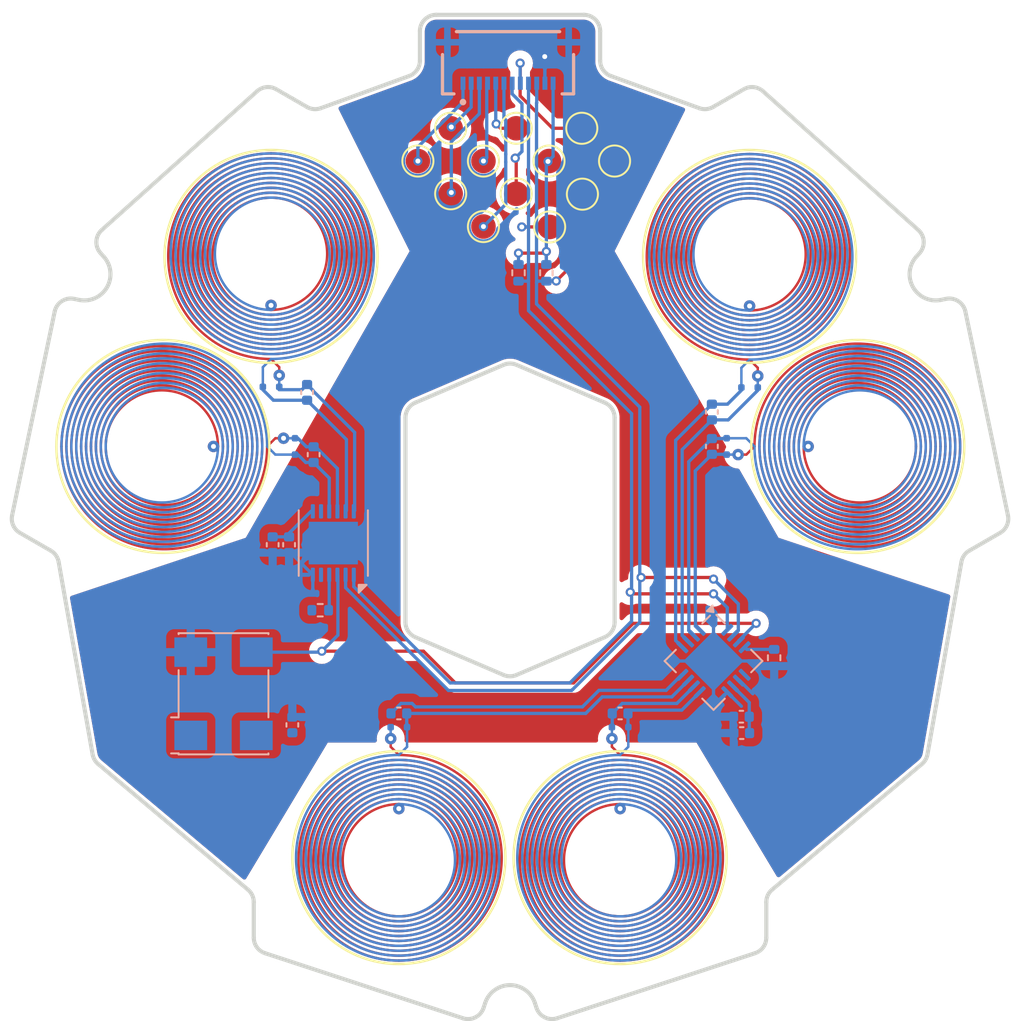
<source format=kicad_pcb>
(kicad_pcb (version 20240108) (generator "pcbnew") (generator_version "8.0")
  (layers (0 "F.Cu" signal) (31 "B.Cu" signal) (34 "B.Paste" user) (35 "F.Paste" user) (36 "B.SilkS" user "B.Silkscreen") (37 "F.SilkS" user "F.Silkscreen") (38 "B.Mask" user) (39 "F.Mask" user) (44 "Edge.Cuts" user))
  (net 0 "")
  (net 1 "GND")
  (net 2 "/GP_CE")
  (net 3 "/GPIO1")
  (net 4 "/GPIO2")
  (net 5 "/3V3")
  (net 6 "/MOSI")
  (net 7 "/MISO")
  (net 8 "/SCLK")
  (net 9 "/DR")
  (net 10 "/GPIO3")
  (net 11 "/L0B")
  (net 12 "/L0A")
  (net 13 "/L1A")
  (net 14 "/L1B")
  (net 15 "Net-(U1-ADDR)")
  (net 16 "Net-(U2-ADDR)")
  (net 17 "/SCL")
  (net 18 "/40MHZ_CLK")
  (net 19 "/SDA")
  (net 20 "/L2A")
  (net 21 "/L2B")
  (net 23 "/L3B")
  (net 24 "/L3A")
  (net 25 "/L4B")
  (net 26 "/L4A")
  (net 27 "/L5B")
  (net 28 "/L5A")
  (footprint "TestPoint:TestPoint_Pad_D1.5mm" (layer "F.Cu") (at 131.161162 77.776876)
    (property "Reference" "TP2" (hide yes))
    (property "Value" "GND")
  )
  (footprint "TestPoint:TestPoint_Pad_D1.5mm" (layer "F.Cu") (at 141.161162 79.776876)
    (property "Reference" "TP11" (hide yes))
    (property "Value" "GND")
  )
  (footprint "TestPoint:TestPoint_Pad_D1.5mm" (layer "F.Cu") (at 129.161162 79.776876)
    (property "Reference" "TP1" (hide yes))
    (property "Value" "GND")
  )
  (footprint "TestPoint:TestPoint_Pad_D1.5mm" (layer "F.Cu") (at 131.161162 81.776876)
    (property "Reference" "TP3" (hide yes))
    (property "Value" "GND")
  )
  (footprint "TestPoint:TestPoint_Pad_D1.5mm" (layer "F.Cu") (at 137.161162 79.776876)
    (property "Reference" "TP12" (hide yes))
    (property "Value" "GND")
  )
  (footprint "TestPoint:TestPoint_Pad_D1.5mm" (layer "F.Cu") (at 139.161162 77.776876)
    (property "Reference" "TP8" (hide yes))
    (property "Value" "GND")
  )
  (footprint "TestPoint:TestPoint_Pad_D1.5mm" (layer "F.Cu") (at 133.161162 79.776876)
    (property "Reference" "TP4" (hide yes))
    (property "Value" "GND")
  )
  (footprint "TestPoint:TestPoint_Pad_D1.5mm" (layer "F.Cu") (at 137.2 83.8)
    (property "Reference" "TP9" (hide yes))
    (property "Value" "GND")
  )
  (footprint "TestPoint:TestPoint_Pad_D1.5mm" (layer "F.Cu") (at 139.2 81.8)
    (property "Reference" "TP10" (hide yes))
    (property "Value" "GND")
  )
  (footprint "TestPoint:TestPoint_Pad_D1.5mm" (layer "F.Cu") (at 135.161162 81.776876)
    (property "Reference" "TP7" (hide yes))
    (property "Value" "GND")
  )
  (footprint "TestPoint:TestPoint_Pad_D1.5mm" (layer "F.Cu") (at 133.161162 83.776876)
    (property "Reference" "TP6" (hide yes))
    (property "Value" "GND")
  )
  (footprint "TestPoint:TestPoint_Pad_D1.5mm" (layer "F.Cu") (at 135.161162 77.776876)
    (property "Reference" "TP5" (hide yes))
    (property "Value" "GND")
  )
  (footprint "Capacitor_SMD:C_0402_1005Metric" (layer "B.Cu") (at 147.1 97.2 -90)
    (property "Reference" "C4" (hide yes))
    (property "Value" "1n")
  )
  (footprint "Component_lib:WSON-12-1EP_4x4mm_P0.5mm_EP2.6x3mm" (layer "B.Cu") (at 124 103.1 90)
    (property "Reference" "U2" (hide yes))
    (property "Value" "LDC1612")
  )
  (footprint "Component_lib:COIL_PCB" (layer "B.Cu") (at 113.4625 96.7)
    (property "Reference" "L5" (hide yes))
    (property "Value" "PCB_COIL")
  )
  (footprint "Component_lib:COIL_PCB" (layer "B.Cu") (at 120.7 85.3625 -90)
    (property "Reference" "L6" (hide yes))
    (property "Value" "PCB_COIL")
  )
  (footprint "Resistor_SMD:R_0402_1005Metric" (layer "B.Cu") (at 135.3 86.6 90)
    (property "Reference" "R3" (hide yes))
    (property "Value" "10k")
  )
  (footprint "Capacitor_SMD:C_0402_1005Metric" (layer "B.Cu") (at 122.4 93.9 90)
    (property "Reference" "C7" (hide yes))
    (property "Value" "1n")
  )
  (footprint "Component_lib:WQFN-16-1EP_4x4mm_P0.5mm_EP2.6x2.6mm" (layer "B.Cu") (at 147.2 110.3 -135)
    (property "Reference" "U1" (hide yes))
    (property "Value" "LDC1614")
  )
  (footprint "Resistor_SMD:R_0402_1005Metric" (layer "B.Cu") (at 150.9 110.1 -90)
    (property "Reference" "R1" (hide yes))
    (property "Value" "5k1")
  )
  (footprint "Capacitor_SMD:C_0402_1005Metric" (layer "B.Cu") (at 128 113.5 180)
    (property "Reference" "C2" (hide yes))
    (property "Value" "1n")
  )
  (footprint "Capacitor_SMD:C_0402_1005Metric" (layer "B.Cu") (at 121.5 114.2 90)
    (property "Reference" "C12" (hide yes))
    (property "Value" "10n")
  )
  (footprint "Capacitor_SMD:C_0402_1005Metric" (layer "B.Cu") (at 148.9 113.7 180)
    (property "Reference" "C8" (hide yes))
    (property "Value" "10u")
  )
  (footprint "Component_lib:COIL_PCB" (layer "B.Cu") (at 141 122.5375 90)
    (property "Reference" "L1" (hide yes))
    (property "Value" "PCB_COIL")
  )
  (footprint "Capacitor_SMD:C_0402_1005Metric" (layer "B.Cu") (at 148.92 114.7 180)
    (property "Reference" "C9" (hide yes))
    (property "Value" "1u")
  )
  (footprint "Resistor_SMD:R_0402_1005Metric" (layer "B.Cu") (at 123.2 107.2 180)
    (property "Reference" "R2" (hide yes))
    (property "Value" "5k1")
  )
  (footprint "Resistor_SMD:R_0402_1005Metric" (layer "B.Cu") (at 137 86.6 90)
    (property "Reference" "R4" (hide yes))
    (property "Value" "10k" (hide yes))
  )
  (footprint "Capacitor_SMD:C_0402_1005Metric" (layer "B.Cu") (at 122.8 97.7 90)
    (property "Reference" "C6" (hide yes))
    (property "Value" "1n")
  )
  (footprint "Capacitor_SMD:C_0402_1005Metric" (layer "B.Cu") (at 141.5 113.5 180)
    (property "Reference" "C1" (hide yes))
    (property "Value" "1n")
  )
  (footprint "Component_lib:COIL_PCB" (layer "B.Cu") (at 149.9 85.4 -90)
    (property "Reference" "L3" (hide yes))
    (property "Value" "PCB_COIL")
  )
  (footprint "Capacitor_SMD:C_0402_1005Metric" (layer "B.Cu") (at 120.3 103.2 -90)
    (property "Reference" "C10" (hide yes))
    (property "Value" "10u")
  )
  (footprint "Capacitor_SMD:C_0402_1005Metric" (layer "B.Cu") (at 121.3 103.2 -90)
    (property "Reference" "C11" (hide yes))
    (property "Value" "1u")
  )
  (footprint "Component_lib:GCT_FFC2B28-12-G" (layer "B.Cu") (at 134.661162 73.776876)
    (property "Reference" "J1" (hide yes))
    (property "Value" "FFC2B28-12-G")
  )
  (footprint "Capacitor_SMD:C_0402_1005Metric" (layer "B.Cu") (at 147.1 95.1 -90)
    (property "Reference" "C3" (hide yes))
    (property "Value" "1n")
  )
  (footprint "Component_lib:COIL_PCB" (layer "B.Cu") (at 156.2 97.7 180)
    (property "Reference" "L4" (hide yes))
    (property "Value" "PCB_COIL")
  )
  (footprint "Oscillator:Oscillator_SMD_Abracon_ASV-4Pin_7.0x5.1mm" (layer "B.Cu") (at 117.3 112.3 90)
    (property "Reference" "X1" (hide yes))
    (property "Value" "ASV-40.000MHz")
  )
  (footprint "Component_lib:COIL_PCB" (layer "B.Cu") (at 127.5 122.5375 90)
    (property "Reference" "L2" (hide yes))
    (property "Value" "PCB_COIL")
  )
  (gr_circle (center 120.2 85.6) (end 120.2 79.1) (stroke (width 0.15)) (fill none) (layer "F.SilkS"))
  (gr_circle (center 156 97.2) (end 156 90.7) (stroke (width 0.15)) (fill none) (layer "F.SilkS"))
  (gr_circle (center 113.6 97.2) (end 113.6 90.7) (stroke (width 0.15)) (fill none) (layer "F.SilkS"))
  (gr_circle (center 128 122.3) (end 128 115.8) (stroke (width 0.15)) (fill none) (layer "F.SilkS"))
  (gr_circle (center 149.4 85.6) (end 149.4 79.1) (stroke (width 0.15)) (fill none) (layer "F.SilkS"))
  (gr_circle (center 141.5 122.3) (end 141.5 115.8) (stroke (width 0.15)) (fill none) (layer "F.SilkS"))
  (gr_line (start 108.182141 88.191122) (end 108.47558 88.252395) (stroke (width 0.25)) (layer "Edge.Cuts"))
  (gr_arc (start 109.995488 85.619838) (mid 110.188275 87.486167) (end 108.47558 88.252395) (stroke (width 0.25)) (layer "Edge.Cuts"))
  (gr_line (start 137.659317 132.108573) (end 149.733069 128.137642) (stroke (width 0.25)) (layer "Edge.Cuts"))
  (gr_arc (start 119.350587 75.513638) (mid 119.914303 75.264387) (end 120.517048 75.393152) (stroke (width 0.25)) (layer "Edge.Cuts"))
  (gr_arc (start 161.091192 88.252395) (mid 159.378484 87.486224) (end 159.571284 85.619838) (stroke (width 0.25)) (layer "Edge.Cuts"))
  (gr_arc (start 106.755722 103.560746) (mid 107.074888 103.853186) (end 107.24053 104.253124) (stroke (width 0.25)) (layer "Edge.Cuts"))
  (gr_line (start 149.049724 75.393152) (end 147.173792 76.476222) (stroke (width 0.25)) (layer "Edge.Cuts"))
  (gr_line (start 133.263479 131.186294) (end 133.169823 131.471057) (stroke (width 0.25)) (layer "Edge.Cuts"))
  (gr_line (start 107.24053 104.253124) (end 109.311383 115.997513) (stroke (width 0.25)) (layer "Edge.Cuts"))
  (gr_line (start 135.177305 111.152479) (end 140.55894 108.846064) (stroke (width 0.25)) (layer "Edge.Cuts"))
  (gr_line (start 109.995488 85.619838) (end 109.795704 85.396349) (stroke (width 0.25)) (layer "Edge.Cuts"))
  (gr_arc (start 150.420643 127.187699) (mid 150.230702 127.774018) (end 149.733069 128.137642) (stroke (width 0.25)) (layer "Edge.Cuts"))
  (gr_line (start 109.653403 116.589909) (end 118.788916 124.255515) (stroke (width 0.25)) (layer "Edge.Cuts"))
  (gr_arc (start 134.389467 92.219873) (mid 134.783386 92.139018) (end 135.177305 92.219873) (stroke (width 0.25)) (layer "Edge.Cuts"))
  (gr_line (start 129.283386 71.849007) (end 129.283386 73.648249) (stroke (width 0.25)) (layer "Edge.Cuts"))
  (gr_arc (start 147.173792 76.476222) (mid 146.760953 76.606398) (end 146.331772 76.549889) (stroke (width 0.25)) (layer "Edge.Cuts"))
  (gr_line (start 139.283386 70.849007) (end 130.283386 70.849007) (stroke (width 0.25)) (layer "Edge.Cuts"))
  (gr_line (start 119.146129 125.02156) (end 119.146129 127.187699) (stroke (width 0.25)) (layer "Edge.Cuts"))
  (gr_line (start 119.833703 128.137642) (end 131.907455 132.108573) (stroke (width 0.25)) (layer "Edge.Cuts"))
  (gr_arc (start 129.283386 73.648249) (mid 129.102571 74.22185) (end 128.625406 74.587942) (stroke (width 0.25)) (layer "Edge.Cuts"))
  (gr_arc (start 149.049724 75.393152) (mid 149.652477 75.264421) (end 150.216185 75.513638) (stroke (width 0.25)) (layer "Edge.Cuts"))
  (gr_line (start 146.331772 76.549889) (end 140.941366 74.587942) (stroke (width 0.25)) (layer "Edge.Cuts"))
  (gr_line (start 128.401751 95.445433) (end 128.401751 107.926919) (stroke (width 0.25)) (layer "Edge.Cuts"))
  (gr_arc (start 139.283386 70.849007) (mid 139.990502 71.141905) (end 140.283386 71.849007) (stroke (width 0.25)) (layer "Edge.Cuts"))
  (gr_line (start 119.350587 75.513638) (end 109.874783 83.984348) (stroke (width 0.25)) (layer "Edge.Cuts"))
  (gr_arc (start 109.795704 85.396349) (mid 109.542779 84.673967) (end 109.874783 83.984348) (stroke (width 0.25)) (layer "Edge.Cuts"))
  (gr_arc (start 129.283386 71.849007) (mid 129.57624 71.141859) (end 130.283386 70.849007) (stroke (width 0.25)) (layer "Edge.Cuts"))
  (gr_arc (start 160.255389 115.997513) (mid 160.136603 116.323865) (end 159.913369 116.589909) (stroke (width 0.25)) (layer "Edge.Cuts"))
  (gr_line (start 136.396949 131.471057) (end 136.303293 131.186294) (stroke (width 0.25)) (layer "Edge.Cuts"))
  (gr_arc (start 129.007832 108.846064) (mid 128.566943 108.477387) (end 128.401751 107.926919) (stroke (width 0.25)) (layer "Edge.Cuts"))
  (gr_arc (start 161.384631 88.191122) (mid 162.136647 88.33333) (end 162.56792 88.965607) (stroke (width 0.25)) (layer "Edge.Cuts"))
  (gr_arc (start 140.941366 74.587942) (mid 140.464233 74.221828) (end 140.283386 73.648249) (stroke (width 0.25)) (layer "Edge.Cuts"))
  (gr_line (start 150.777856 124.255515) (end 159.913369 116.589909) (stroke (width 0.25)) (layer "Edge.Cuts"))
  (gr_arc (start 133.263479 131.186294) (mid 134.783386 130.086176) (end 136.303293 131.186294) (stroke (width 0.25)) (layer "Edge.Cuts"))
  (gr_arc (start 118.788916 124.255515) (mid 119.052409 124.598954) (end 119.146129 125.02156) (stroke (width 0.25)) (layer "Edge.Cuts"))
  (gr_arc (start 159.691989 83.984348) (mid 160.023867 84.673968) (end 159.771068 85.396349) (stroke (width 0.25)) (layer "Edge.Cuts"))
  (gr_line (start 122.39298 76.476222) (end 120.517048 75.393152) (stroke (width 0.25)) (layer "Edge.Cuts"))
  (gr_line (start 134.389467 92.219873) (end 129.007832 94.526288) (stroke (width 0.25)) (layer "Edge.Cuts"))
  (gr_line (start 159.771068 85.396349) (end 159.571284 85.619838) (stroke (width 0.25)) (layer "Edge.Cuts"))
  (gr_line (start 104.87979 102.477676) (end 106.755722 103.560746) (stroke (width 0.25)) (layer "Edge.Cuts"))
  (gr_line (start 106.998852 88.965607) (end 104.400903 101.407249) (stroke (width 0.25)) (layer "Edge.Cuts"))
  (gr_arc (start 137.659317 132.108573) (mid 136.896089 132.051277) (end 136.396949 131.471057) (stroke (width 0.25)) (layer "Edge.Cuts"))
  (gr_arc (start 119.833703 128.137642) (mid 119.336002 127.774071) (end 119.146129 127.187699) (stroke (width 0.25)) (layer "Edge.Cuts"))
  (gr_line (start 150.420643 127.187699) (end 150.420643 125.02156) (stroke (width 0.25)) (layer "Edge.Cuts"))
  (gr_arc (start 128.401751 95.445433) (mid 128.566917 94.894941) (end 129.007832 94.526288) (stroke (width 0.25)) (layer "Edge.Cuts"))
  (gr_arc (start 123.235 76.549889) (mid 122.805822 76.606403) (end 122.39298 76.476222) (stroke (width 0.25)) (layer "Edge.Cuts"))
  (gr_arc (start 165.165869 101.407249) (mid 165.099806 102.020028) (end 164.686982 102.477676) (stroke (width 0.25)) (layer "Edge.Cuts"))
  (gr_arc (start 135.177305 111.152479) (mid 134.783386 111.233334) (end 134.389467 111.152479) (stroke (width 0.25)) (layer "Edge.Cuts"))
  (gr_arc (start 109.653403 116.589909) (mid 109.430178 116.323858) (end 109.311383 115.997513) (stroke (width 0.25)) (layer "Edge.Cuts"))
  (gr_line (start 140.55894 94.526288) (end 135.177305 92.219873) (stroke (width 0.25)) (layer "Edge.Cuts"))
  (gr_line (start 160.255389 115.997513) (end 162.326242 104.253124) (stroke (width 0.25)) (layer "Edge.Cuts"))
  (gr_line (start 162.81105 103.560746) (end 164.686982 102.477676) (stroke (width 0.25)) (layer "Edge.Cuts"))
  (gr_line (start 165.165869 101.407249) (end 162.56792 88.965607) (stroke (width 0.25)) (layer "Edge.Cuts"))
  (gr_line (start 140.283386 73.648249) (end 140.283386 71.849007) (stroke (width 0.25)) (layer "Edge.Cuts"))
  (gr_line (start 129.007832 108.846064) (end 134.389467 111.152479) (stroke (width 0.25)) (layer "Edge.Cuts"))
  (gr_line (start 128.625406 74.587942) (end 123.235 76.549889) (stroke (width 0.25)) (layer "Edge.Cuts"))
  (gr_arc (start 162.326242 104.253124) (mid 162.491905 103.853196) (end 162.81105 103.560746) (stroke (width 0.25)) (layer "Edge.Cuts"))
  (gr_arc (start 150.420643 125.02156) (mid 150.514354 124.598947) (end 150.777856 124.255515) (stroke (width 0.25)) (layer "Edge.Cuts"))
  (gr_arc (start 133.169823 131.471057) (mid 132.670665 132.051239) (end 131.907455 132.108573) (stroke (width 0.25)) (layer "Edge.Cuts"))
  (gr_arc (start 141.165021 107.926919) (mid 140.99988 108.477427) (end 140.55894 108.846064) (stroke (width 0.25)) (layer "Edge.Cuts"))
  (gr_line (start 141.165021 107.926919) (end 141.165021 95.445433) (stroke (width 0.25)) (layer "Edge.Cuts"))
  (gr_arc (start 104.87979 102.477676) (mid 104.467009 102.02001) (end 104.400903 101.407249) (stroke (width 0.25)) (layer "Edge.Cuts"))
  (gr_line (start 159.691989 83.984348) (end 150.216185 75.513638) (stroke (width 0.25)) (layer "Edge.Cuts"))
  (gr_arc (start 140.55894 94.526288) (mid 140.999902 94.894916) (end 141.165021 95.445433) (stroke (width 0.25)) (layer "Edge.Cuts"))
  (gr_arc (start 106.998852 88.965607) (mid 107.430051 88.333241) (end 108.182141 88.191122) (stroke (width 0.25)) (layer "Edge.Cuts"))
  (gr_line (start 161.091192 88.252395) (end 161.384631 88.191122) (stroke (width 0.25)) (layer "Edge.Cuts"))
  (via (at 136.9 73.4) (size 0.56) (drill 0.3) (layers "F.Cu" "B.Cu") (net 1))
  (segment (start 120.3 103.68) (end 121.3 103.68) (width 0.2) (layer "B.Cu") (net 1))
  (segment (start 148.039689 112.200349) (end 147.440038 112.8) (width 0.2) (layer "B.Cu") (net 1))
  (segment (start 147.2 110.3) (end 144.9 110.3) (width 0.2) (layer "B.Cu") (net 1))
  (segment (start 136.911162 73.411162) (end 136.9 73.4) (width 0.2) (layer "B.Cu") (net 1))
  (segment (start 147.2 110.3) (end 147.2 107.9) (width 0.2) (layer "B.Cu") (net 1))
  (segment (start 147.2 110.3) (end 147.2 112.7) (width 0.2) (layer "B.Cu") (net 1))
  (segment (start 121.3 103.68) (end 121.3925 103.68) (width 0.2) (layer "B.Cu") (net 1))
  (segment (start 136.911162 75.026876) (end 136.911162 73.411162) (width 0.2) (layer "B.Cu") (net 1))
  (segment (start 147.2 110.3) (end 149.4 110.3) (width 0.2) (layer "B.Cu") (net 1))
  (segment (start 122.75 105.0375) (end 122.75 106.15) (width 0.2) (layer "B.Cu") (net 1))
  (segment (start 148.746796 111.493243) (end 148.793243 111.493243) (width 0.2) (layer "B.Cu") (net 1))
  (segment (start 148.039689 112.200349) (end 148.9 113.06066) (width 0.2) (layer "B.Cu") (net 1))
  (segment (start 148.793243 111.493243) (end 149.6 112.3) (width 0.2) (layer "B.Cu") (net 1))
  (segment (start 121.3925 103.68) (end 122.75 105.0375) (width 0.2) (layer "B.Cu") (net 1))
  (segment (start 136.911162 75.026876) (end 136.911162 73.911162) (width 0.2) (layer "B.Cu") (net 1))
  (segment (start 131.161162 81.738838) (end 131.2 81.7) (width 0.2) (layer "F.Cu") (net 2))
  (segment (start 131.161162 81.776876) (end 131.161162 81.738838) (width 0.2) (layer "F.Cu") (net 2))
  (via (at 131.2 81.7) (size 0.56) (drill 0.3) (layers "F.Cu" "B.Cu") (net 2))
  (segment (start 132.911162 76.888838) (end 132.911162 75.026876) (width 0.2) (layer "B.Cu") (net 2))
  (segment (start 131.2 78.6) (end 132.911162 76.888838) (width 0.2) (layer "B.Cu") (net 2))
  (segment (start 131.2 81.7) (end 131.2 78.6) (width 0.2) (layer "B.Cu") (net 2))
  (via (at 133.161162 83.776876) (size 0.56) (drill 0.3) (layers "F.Cu" "B.Cu") (net 3))
  (segment (start 134.52 79.840244) (end 134.521162 79.841406) (width 0.2) (layer "B.Cu") (net 3))
  (segment (start 134.411162 75.026876) (end 134.411162 77.160918) (width 0.2) (layer "B.Cu") (net 3))
  (segment (start 134.521162 79.841406) (end 134.521162 82.416876) (width 0.2) (layer "B.Cu") (net 3))
  (segment (start 134.521162 79.358594) (end 134.52 79.359756) (width 0.2) (layer "B.Cu") (net 3))
  (segment (start 134.52 79.359756) (end 134.52 79.840244) (width 0.2) (layer "B.Cu") (net 3))
  (segment (start 134.521162 77.270918) (end 134.521162 79.358594) (width 0.2) (layer "B.Cu") (net 3))
  (segment (start 134.411162 77.160918) (end 134.521162 77.270918) (width 0.2) (layer "B.Cu") (net 3))
  (segment (start 134.521162 82.416876) (end 133.161162 83.776876) (width 0.2) (layer "B.Cu") (net 3))
  (segment (start 135.161162 79.661162) (end 135.1 79.6) (width 0.2) (layer "F.Cu") (net 4))
  (segment (start 135.161162 81.776876) (end 135.161162 79.661162) (width 0.2) (layer "F.Cu") (net 4))
  (via (at 135.1 79.6) (size 0.56) (drill 0.3) (layers "F.Cu" "B.Cu") (net 4))
  (segment (start 135.1 79.6) (end 135.511162 79.188838) (width 0.2) (layer "B.Cu") (net 4))
  (segment (start 135.511162 79.188838) (end 135.511162 76.276876) (width 0.2) (layer "B.Cu") (net 4))
  (segment (start 135.511162 76.276876) (end 134.911162 75.676876) (width 0.2) (layer "B.Cu") (net 4))
  (segment (start 134.911162 75.676876) (end 134.911162 75.026876) (width 0.2) (layer "B.Cu") (net 4))
  (segment (start 135.3 85.4) (end 136.9 85.4) (width 0.2) (layer "F.Cu") (net 5))
  (segment (start 136.9 85.4) (end 137 85.3) (width 0.2) (layer "F.Cu") (net 5))
  (segment (start 137.123124 79.776876) (end 137.1 79.8) (width 0.2) (layer "F.Cu") (net 5))
  (segment (start 137.161162 79.776876) (end 137.123124 79.776876) (width 0.2) (layer "F.Cu") (net 5))
  (via (at 137.1 79.8) (size 0.56) (drill 0.3) (layers "F.Cu" "B.Cu") (net 5))
  (via (at 135.3 85.4) (size 0.56) (drill 0.3) (layers "F.Cu" "B.Cu") (net 5))
  (via (at 137 85.3) (size 0.56) (drill 0.3) (layers "F.Cu" "B.Cu") (net 5))
  (segment (start 121.3 102.72) (end 121.3 102.5) (width 0.2) (layer "B.Cu") (net 5))
  (segment (start 120.3 102.72) (end 121.3 102.72) (width 0.2) (layer "B.Cu") (net 5))
  (segment (start 122.6375 101.1625) (end 122.75 101.1625) (width 0.2) (layer "B.Cu") (net 5))
  (segment (start 149.38 113.7) (end 149.38 114.68) (width 0.2) (layer "B.Cu") (net 5))
  (segment (start 137 85.3) (end 137 86.09) (width 0.2) (layer "B.Cu") (net 5))
  (segment (start 149.38 113.7) (end 149.38 112.833553) (width 0.2) (layer "B.Cu") (net 5))
  (segment (start 137 79.9) (end 137.1 79.8) (width 0.2) (layer "B.Cu") (net 5))
  (segment (start 149.38 114.68) (end 149.4 114.7) (width 0.2) (layer "B.Cu") (net 5))
  (segment (start 121.3 102.5) (end 122.6375 101.1625) (width 0.2) (layer "B.Cu") (net 5))
  (segment (start 135.3 86.09) (end 135.3 85.4) (width 0.2) (layer "B.Cu") (net 5))
  (segment (start 149.38 112.833553) (end 148.393243 111.846796) (width 0.2) (layer "B.Cu") (net 5))
  (segment (start 137.411162 79.488838) (end 137.411162 75.026876) (width 0.2) (layer "B.Cu") (net 5))
  (segment (start 137.1 79.8) (end 137.411162 79.488838) (width 0.2) (layer "B.Cu") (net 5))
  (segment (start 137 86.09) (end 137 79.9) (width 0.2) (layer "B.Cu") (net 5))
  (segment (start 133.941162 77.511162) (end 134.206876 77.776876) (width 0.2) (layer "F.Cu") (net 6))
  (segment (start 134.206876 77.776876) (end 135.161162 77.776876) (width 0.2) (layer "F.Cu") (net 6))
  (via (at 133.941162 77.511162) (size 0.56) (drill 0.3) (layers "F.Cu" "B.Cu") (net 6))
  (segment (start 133.911162 77.481162) (end 133.911162 75.026876) (width 0.2) (layer "B.Cu") (net 6))
  (segment (start 133.941162 77.511162) (end 133.911162 77.481162) (width 0.2) (layer "B.Cu") (net 6))
  (segment (start 131.161162 77.776876) (end 131.161162 77.738838) (width 0.2) (layer "F.Cu") (net 7))
  (segment (start 131.161162 77.738838) (end 131.2 77.7) (width 0.2) (layer "F.Cu") (net 7))
  (via (at 131.2 77.7) (size 0.56) (drill 0.3) (layers "F.Cu" "B.Cu") (net 7))
  (segment (start 131.2 77.7) (end 132.411162 76.488838) (width 0.2) (layer "B.Cu") (net 7))
  (segment (start 132.411162 76.488838) (end 132.411162 75.026876) (width 0.2) (layer "B.Cu") (net 7))
  (via (at 129.161162 79.776876) (size 0.56) (drill 0.3) (layers "F.Cu" "B.Cu") (net 8))
  (segment (start 129.161162 78.918594) (end 129.161162 79.776876) (width 0.2) (layer "B.Cu") (net 8))
  (segment (start 131.911162 76.168594) (end 129.161162 78.918594) (width 0.2) (layer "B.Cu") (net 8))
  (segment (start 131.911162 75.026876) (end 131.911162 76.168594) (width 0.2) (layer "B.Cu") (net 8))
  (via (at 133.161162 79.776876) (size 0.56) (drill 0.3) (layers "F.Cu" "B.Cu") (net 9))
  (segment (start 133.361162 79.576876) (end 133.161162 79.776876) (width 0.2) (layer "B.Cu") (net 9))
  (segment (start 133.411162 75.026876) (end 133.373124 75.026876) (width 0.2) (layer "B.Cu") (net 9))
  (segment (start 133.361162 75.038838) (end 133.361162 79.576876) (width 0.2) (layer "B.Cu") (net 9))
  (segment (start 133.373124 75.026876) (end 133.361162 75.038838) (width 0.2) (layer "B.Cu") (net 9))
  (segment (start 139.161162 77.776876) (end 137.376876 77.776876) (width 0.2) (layer "F.Cu") (net 10))
  (segment (start 135.4 75.8) (end 135.4 73.8) (width 0.2) (layer "F.Cu") (net 10))
  (segment (start 137.376876 77.776876) (end 135.4 75.8) (width 0.2) (layer "F.Cu") (net 10))
  (via (at 135.4 73.8) (size 0.56) (drill 0.3) (layers "F.Cu" "B.Cu") (net 10))
  (segment (start 135.4 75.015714) (end 135.411162 75.026876) (width 0.2) (layer "B.Cu") (net 10))
  (segment (start 135.4 73.8) (end 135.4 75.015714) (width 0.2) (layer "B.Cu") (net 10))
  (segment (start 141.63 112.89) (end 141.02 113.5) (width 0.2) (layer "B.Cu") (net 11))
  (segment (start 146.006757 111.846796) (end 144.963553 112.89) (width 0.2) (layer "B.Cu") (net 11))
  (segment (start 141.02 113.5) (end 141.02 114.1425) (width 0.2) (layer "B.Cu") (net 11))
  (segment (start 141.02 114.1425) (end 141 114.1625) (width 0.2) (layer "B.Cu") (net 11))
  (segment (start 144.963553 112.89) (end 141.63 112.89) (width 0.2) (layer "B.Cu") (net 11))
  (segment (start 146.360311 112.200349) (end 145.26066 113.3) (width 0.2) (layer "B.Cu") (net 12))
  (segment (start 141.98 113.5) (end 141.98 114.1425) (width 0.2) (layer "B.Cu") (net 12))
  (segment (start 142.18 113.3) (end 141.98 113.5) (width 0.2) (layer "B.Cu") (net 12))
  (segment (start 141.98 114.1425) (end 142 114.1625) (width 0.2) (layer "B.Cu") (net 12))
  (segment (start 145.26066 113.3) (end 142.18 113.3) (width 0.2) (layer "B.Cu") (net 12))
  (segment (start 140.41 112.49) (end 139.4 113.5) (width 0.2) (layer "B.Cu") (net 13))
  (segment (start 128.48 114.1425) (end 128.5 114.1625) (width 0.2) (layer "B.Cu") (net 13))
  (segment (start 145.653204 111.493243) (end 144.656447 112.49) (width 0.2) (layer "B.Cu") (net 13))
  (segment (start 139.4 113.5) (end 128.48 113.5) (width 0.2) (layer "B.Cu") (net 13))
  (segment (start 128.48 113.5) (end 128.48 114.1425) (width 0.2) (layer "B.Cu") (net 13))
  (segment (start 144.656447 112.49) (end 140.41 112.49) (width 0.2) (layer "B.Cu") (net 13))
  (segment (start 145.260311 111.139689) (end 144.31 112.09) (width 0.2) (layer "B.Cu") (net 14))
  (segment (start 128.806134 112.89) (end 128.13 112.89) (width 0.2) (layer "B.Cu") (net 14))
  (segment (start 145.299651 111.139689) (end 145.260311 111.139689) (width 0.2) (layer "B.Cu") (net 14))
  (segment (start 129.016134 113.1) (end 128.806134 112.89) (width 0.2) (layer "B.Cu") (net 14))
  (segment (start 140.21 112.09) (end 139.2 113.1) (width 0.2) (layer "B.Cu") (net 14))
  (segment (start 139.2 113.1) (end 129.016134 113.1) (width 0.2) (layer "B.Cu") (net 14))
  (segment (start 128.13 112.89) (end 127.52 113.5) (width 0.2) (layer "B.Cu") (net 14))
  (segment (start 144.31 112.09) (end 140.21 112.09) (width 0.2) (layer "B.Cu") (net 14))
  (segment (start 150.9 109.590001) (end 149.230039 109.590001) (width 0.2) (layer "B.Cu") (net 15))
  (segment (start 149.230039 109.590001) (end 149.100349 109.460311) (width 0.2) (layer "B.Cu") (net 15))
  (segment (start 123.75 105.0375) (end 123.75 107.16) (width 0.2) (layer "B.Cu") (net 16))
  (segment (start 123.75 107.16) (end 123.71 107.2) (width 0.2) (layer "B.Cu") (net 16))
  (segment (start 137.2 83.8) (end 135.5 83.8) (width 0.2) (layer "F.Cu") (net 17))
  (segment (start 147.2 106.2) (end 142.22 106.2) (width 0.2) (layer "F.Cu") (net 17))
  (segment (start 142.22 106.2) (end 142.12 106.1) (width 0.2) (layer "F.Cu") (net 17))
  (via (at 147.2 106.2) (size 0.56) (drill 0.3) (layers "F.Cu" "B.Cu") (net 17))
  (via (at 135.5 83.8) (size 0.56) (drill 0.3) (layers "F.Cu" "B.Cu") (net 17))
  (via (at 142.12 106.1) (size 0.56) (drill 0.3) (layers "F.Cu" "B.Cu") (net 17))
  (segment (start 125.25 105.0375) (end 125.25 105.760322) (width 0.2) (layer "B.Cu") (net 17))
  (segment (start 138.438275 111.635781) (end 142.2 107.874056) (width 0.2) (layer "B.Cu") (net 17))
  (segment (start 135.911162 87.1) (end 135.911162 83.8) (width 0.2) (layer "B.Cu") (net 17))
  (segment (start 131.125459 111.635781) (end 138.438275 111.635781) (width 0.2) (layer "B.Cu") (net 17))
  (segment (start 142.2 107.874056) (end 142.2 95.2) (width 0.2) (layer "B.Cu") (net 17))
  (segment (start 135.911162 88.911162) (end 135.911162 87.1) (width 0.2) (layer "B.Cu") (net 17))
  (segment (start 135.5 83.8) (end 135.911162 83.8) (width 0.2) (layer "B.Cu") (net 17))
  (segment (start 148.039689 108.399651) (end 148.039689 107.039689) (width 0.2) (layer "B.Cu") (net 17))
  (segment (start 135.3 87.11) (end 135.901162 87.11) (width 0.2) (layer "B.Cu") (net 17))
  (segment (start 135.911162 83.8) (end 135.911162 75.026876) (width 0.2) (layer "B.Cu") (net 17))
  (segment (start 135.901162 87.11) (end 135.911162 87.1) (width 0.2) (layer "B.Cu") (net 17))
  (segment (start 125.25 105.760322) (end 131.125459 111.635781) (width 0.2) (layer "B.Cu") (net 17))
  (segment (start 148.039689 107.039689) (end 147.2 106.2) (width 0.2) (layer "B.Cu") (net 17))
  (segment (start 142.2 95.2) (end 135.911162 88.911162) (width 0.2) (layer "B.Cu") (net 17))
  (segment (start 131.435781 111.635781) (end 129.5 109.7) (width 0.2) (layer "F.Cu") (net 18))
  (segment (start 142.3 108) (end 138.664219 111.635781) (width 0.2) (layer "F.Cu") (net 18))
  (segment (start 149.8 108) (end 142.3 108) (width 0.2) (layer "F.Cu") (net 18))
  (segment (start 129.5 109.7) (end 123.3 109.7) (width 0.2) (layer "F.Cu") (net 18))
  (segment (start 138.664219 111.635781) (end 131.435781 111.635781) (width 0.2) (layer "F.Cu") (net 18))
  (via (at 149.8 108) (size 0.56) (drill 0.3) (layers "F.Cu" "B.Cu") (net 18))
  (via (at 123.3 109.7) (size 0.56) (drill 0.3) (layers "F.Cu" "B.Cu") (net 18))
  (segment (start 124.28 108.72) (end 124.28 105.0675) (width 0.2) (layer "B.Cu") (net 18))
  (segment (start 123.3 109.7) (end 124.28 108.72) (width 0.2) (layer "B.Cu") (net 18))
  (segment (start 148.746796 109.106757) (end 148.746796 109.053204) (width 0.2) (layer "B.Cu") (net 18))
  (segment (start 123.24 109.76) (end 123.3 109.7) (width 0.2) (layer "B.Cu") (net 18))
  (segment (start 119.3 109.76) (end 123.24 109.76) (width 0.2) (layer "B.Cu") (net 18))
  (segment (start 148.746796 109.053204) (end 149.8 108) (width 0.2) (layer "B.Cu") (net 18))
  (segment (start 124.28 105.0675) (end 124.25 105.0375) (width 0.2) (layer "B.Cu") (net 18))
  (segment (start 139.2 81.8) (end 139.2 85.5) (width 0.2) (layer "F.Cu") (net 19))
  (segment (start 147.1 105.2) (end 142.78 105.2) (width 0.2) (layer "F.Cu") (net 19))
  (segment (start 147.2 105.3) (end 147.1 105.2) (width 0.2) (layer "F.Cu") (net 19))
  (segment (start 139.2 85.5) (end 137.6 87.1) (width 0.2) (layer "F.Cu") (net 19))
  (via (at 137.6 87.1) (size 0.56) (drill 0.3) (layers "F.Cu" "B.Cu") (net 19))
  (via (at 142.78 105.2) (size 0.56) (drill 0.3) (layers "F.Cu" "B.Cu") (net 19))
  (via (at 147.2 105.3) (size 0.56) (drill 0.3) (layers "F.Cu" "B.Cu") (net 19))
  (segment (start 124.75 105.0375) (end 124.75 105.826008) (width 0.2) (layer "B.Cu") (net 19))
  (segment (start 137 87.11) (end 136.49 87.11) (width 0.2) (layer "B.Cu") (net 19))
  (segment (start 138.60396 112.035781) (end 138.603961 112.035781) (width 0.2) (layer "B.Cu") (net 19))
  (segment (start 137.01 87.1) (end 137 87.11) (width 0.2) (layer "B.Cu") (net 19))
  (segment (start 137.6 87.1) (end 137.01 87.1) (width 0.2) (layer "B.Cu") (net 19))
  (segment (start 138.539741 112.1) (end 138.60396 112.035781) (width 0.2) (layer "B.Cu") (net 19))
  (segment (start 136.411162 76.215714) (end 136.411162 75.026876) (width 0.2) (layer "B.Cu") (net 19))
  (segment (start 148.712773 108.433674) (end 148.712773 106.812773) (width 0.2) (layer "B.Cu") (net 19))
  (segment (start 136.4 87.2) (end 136.4 76.226876) (width 0.2) (layer "B.Cu") (net 19))
  (segment (start 148.712773 106.812773) (end 147.2 105.3) (width 0.2) (layer "B.Cu") (net 19))
  (segment (start 138.603961 112.035781) (end 140.5 110.139741) (width 0.2) (layer "B.Cu") (net 19))
  (segment (start 136.4 88.5) (end 136.4 87.2) (width 0.2) (layer "B.Cu") (net 19))
  (segment (start 142.7 107.939741) (end 142.7 94.8) (width 0.2) (layer "B.Cu") (net 19))
  (segment (start 131.023992 112.1) (end 138.539741 112.1) (width 0.2) (layer "B.Cu") (net 19))
  (segment (start 142.7 94.8) (end 136.4 88.5) (width 0.2) (layer "B.Cu") (net 19))
  (segment (start 136.4 76.226876) (end 136.411162 76.215714) (width 0.2) (layer "B.Cu") (net 19))
  (segment (start 148.393243 108.753204) (end 148.712773 108.433674) (width 0.2) (layer "B.Cu") (net 19))
  (segment (start 140.5 110.139741) (end 142.7 107.939741) (width 0.2) (layer "B.Cu") (net 19))
  (segment (start 124.75 105.826008) (end 131.023992 112.1) (width 0.2) (layer "B.Cu") (net 19))
  (segment (start 136.49 87.11) (end 136.4 87.2) (width 0.2) (layer "B.Cu") (net 19))
  (segment (start 147.1 94.62) (end 144.887227 96.832773) (width 0.2) (layer "B.Cu") (net 20))
  (segment (start 144.887227 109.047887) (end 145.299651 109.460311) (width 0.2) (layer "B.Cu") (net 20))
  (segment (start 144.887227 96.832773) (end 144.887227 109.047887) (width 0.2) (layer "B.Cu") (net 20))
  (segment (start 148.055 94.62) (end 148.9 93.775) (width 0.2) (layer "B.Cu") (net 20))
  (segment (start 147.1 94.62) (end 148.055 94.62) (width 0.2) (layer "B.Cu") (net 20))
  (segment (start 145.287227 108.74078) (end 145.287227 97.392773) (width 0.2) (layer "B.Cu") (net 21))
  (segment (start 145.653204 109.106757) (end 145.287227 108.74078) (width 0.2) (layer "B.Cu") (net 21))
  (segment (start 145.287227 97.392773) (end 147.1 95.58) (width 0.2) (layer "B.Cu") (net 21))
  (segment (start 148.095 95.58) (end 149.9 93.775) (width 0.2) (layer "B.Cu") (net 21))
  (segment (start 147.1 95.58) (end 148.095 95.58) (width 0.2) (layer "B.Cu") (net 21))
  (segment (start 147.805 97.68) (end 147.825 97.7) (width 0.2) (layer "B.Cu") (net 23))
  (segment (start 146.360311 108.399651) (end 146.1 108.13934) (width 0.2) (layer "B.Cu") (net 23))
  (segment (start 146.087227 98.692773) (end 147.1 97.68) (width 0.2) (layer "B.Cu") (net 23))
  (segment (start 146.1 108.13934) (end 146.1 106.934315) (width 0.2) (layer "B.Cu") (net 23))
  (segment (start 146.087227 106.921542) (end 146.087227 98.692773) (width 0.2) (layer "B.Cu") (net 23))
  (segment (start 147.1 97.68) (end 147.805 97.68) (width 0.2) (layer "B.Cu") (net 23))
  (segment (start 146.1 106.934315) (end 146.087227 106.921542) (width 0.2) (layer "B.Cu") (net 23))
  (segment (start 145.687227 108.433674) (end 146.006757 108.753204) (width 0.2) (layer "B.Cu") (net 24))
  (segment (start 145.687227 108.029751) (end 145.687227 108.433674) (width 0.2) (layer "B.Cu") (net 24))
  (segment (start 145.687227 107.087227) (end 145.7 107.1) (width 0.2) (layer "B.Cu") (net 24))
  (segment (start 147.1 96.72) (end 145.687227 98.132773) (width 0.2) (layer "B.Cu") (net 24))
  (segment (start 147.1 96.72) (end 147.805 96.72) (width 0.2) (layer "B.Cu") (net 24))
  (segment (start 145.7 108.016978) (end 145.687227 108.029751) (width 0.2) (layer "B.Cu") (net 24))
  (segment (start 147.805 96.72) (end 147.825 96.7) (width 0.2) (layer "B.Cu") (net 24))
  (segment (start 145.687227 98.132773) (end 145.687227 107.087227) (width 0.2) (layer "B.Cu") (net 24))
  (segment (start 145.7 107.1) (end 145.7 108.016978) (width 0.2) (layer "B.Cu") (net 24))
  (segment (start 122.8 97.22) (end 122.92 97.22) (width 0.2) (layer "B.Cu") (net 25))
  (segment (start 124.25 98.55) (end 124.25 101.1625) (width 0.2) (layer "B.Cu") (net 25))
  (segment (start 122.3575 97.22) (end 121.8375 96.7) (width 0.2) (layer "B.Cu") (net 25))
  (segment (start 122.92 97.22) (end 124.25 98.55) (width 0.2) (layer "B.Cu") (net 25))
  (segment (start 122.8 97.22) (end 122.3575 97.22) (width 0.2) (layer "B.Cu") (net 25))
  (segment (start 122.3175 98.18) (end 121.8375 97.7) (width 0.2) (layer "B.Cu") (net 26))
  (segment (start 122.8 98.18) (end 122.3175 98.18) (width 0.2) (layer "B.Cu") (net 26))
  (segment (start 123.75 99.13) (end 123.75 101.1625) (width 0.2) (layer "B.Cu") (net 26))
  (segment (start 122.8 98.18) (end 123.75 99.13) (width 0.2) (layer "B.Cu") (net 26))
  (segment (start 122.756134 93.776134) (end 122.4 93.42) (width 0.2) (layer "B.Cu") (net 27))
  (segment (start 122.0825 93.7375) (end 120.7 93.7375) (width 0.2) (layer "B.Cu") (net 27))
  (segment (start 125.3 101.1125) (end 125.3 96.343866) (width 0.2) (layer "B.Cu") (net 27))
  (segment (start 125.25 101.1625) (end 125.3 101.1125) (width 0.2) (layer "B.Cu") (net 27))
  (segment (start 122.4 93.42) (end 122.0825 93.7375) (width 0.2) (layer "B.Cu") (net 27))
  (segment (start 125.3 96.343866) (end 122.756134 93.8) (width 0.2) (layer "B.Cu") (net 27))
  (segment (start 122.756134 93.8) (end 122.756134 93.776134) (width 0.2) (layer "B.Cu") (net 27))
  (segment (start 124.8 101.1125) (end 124.75 101.1625) (width 0.2) (layer "B.Cu") (net 28))
  (segment (start 122.4 94.38) (end 124.8 96.78) (width 0.2) (layer "B.Cu") (net 28))
  (segment (start 120.3425 94.38) (end 119.7 93.7375) (width 0.2) (layer "B.Cu") (net 28))
  (segment (start 122.4 94.38) (end 120.3425 94.38) (width 0.2) (layer "B.Cu") (net 28))
  (segment (start 124.8 96.78) (end 124.8 101.1125) (width 0.2) (layer "B.Cu") (net 28))
  (zone (net 1) (net_name "GND") (layers "F&B.Cu") (connect_pads (clearance 0.5)) (min_thickness 0.25) (fill yes (thermal_gap 0.5) (thermal_bridge_width 0.5))
    (polygon (pts (xy 121.161162 70.276876) (xy 128.661162 85.276876) (xy 118.661162 102.776876) (xy 103.661162 107.776876) (xy 116.161162 127.776876) (xy 123.661162 115.276876) (xy 146.161162 115.276876) (xy 153.661162 127.776876) (xy 166.161162 107.776876) (xy 151.161162 102.776876) (xy 141.161162 85.276876) (xy 148.661162 70.276876)))
  )
)
</source>
